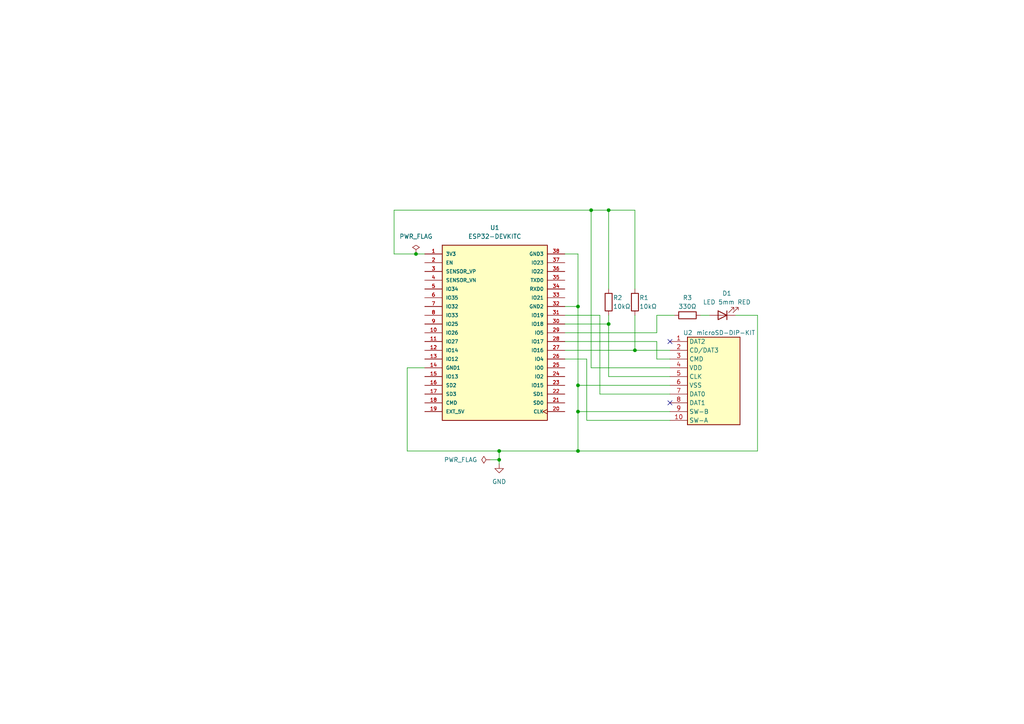
<source format=kicad_sch>
(kicad_sch (version 20230121) (generator eeschema)
  (paper "A4")
  (lib_symbols
    (symbol "Akizuki_Library:microSD_DIP_KIT"
      (property "Reference" "U" (at 0 3.81 0))
      (property "Value" "microSD-DIP-KIT" (at 0 1.27 0))
      (symbol "microSD_DIP_KIT_1_1"
        (rectangle (start -6.35 0) (end 8.89 -25.4) (stroke (width 0.254)) (fill (type background)))
        (pin bidirectional line (at -11.43 -1.27 0) (length 5.08) (name "DAT2") (number "1"))
        (pin passive line (at -11.43 -24.13 0) (length 5.08) (name "SW-A") (number "10"))
        (pin bidirectional line (at -11.43 -3.81 0) (length 5.08) (name "CD/DAT3") (number "2"))
        (pin bidirectional line (at -11.43 -6.35 0) (length 5.08) (name "CMD") (number "3"))
        (pin power_in line (at -11.43 -8.89 0) (length 5.08) (name "VDD") (number "4"))
        (pin bidirectional line (at -11.43 -11.43 0) (length 5.08) (name "CLK") (number "5"))
        (pin power_in line (at -11.43 -13.97 0) (length 5.08) (name "VSS") (number "6"))
        (pin bidirectional line (at -11.43 -16.51 0) (length 5.08) (name "DAT0") (number "7"))
        (pin bidirectional line (at -11.43 -19.05 0) (length 5.08) (name "DAT1") (number "8"))
        (pin passive line (at -11.43 -21.59 0) (length 5.08) (name "SW-B") (number "9"))
      )
    )
    (symbol "Device:LED" (pin_numbers hide) (pin_names (offset 1.016) hide)
      (property "Reference" "D" (at 0 2.54 0))
      (property "Value" "LED" (at 0 -2.54 0))
      (symbol "LED_0_1"
        (polyline (pts (xy -1.27 -1.27) (xy -1.27 1.27)) (stroke (width 0.254)))
        (polyline (pts (xy -1.27 0) (xy 1.27 0)))
        (polyline (pts (xy 1.27 -1.27) (xy 1.27 1.27) (xy -1.27 0) (xy 1.27 -1.27)) (stroke (width 0.254)))
        (polyline (pts (xy -3.048 -0.762) (xy -4.572 -2.286) (xy -3.81 -2.286) (xy -4.572 -2.286) (xy -4.572 -1.524)))
        (polyline (pts (xy -1.778 -0.762) (xy -3.302 -2.286) (xy -2.54 -2.286) (xy -3.302 -2.286) (xy -3.302 -1.524)))
      )
      (symbol "LED_1_1"
        (pin passive line (at -3.81 0 0) (length 2.54) (name "K") (number "1"))
        (pin passive line (at 3.81 0 180) (length 2.54) (name "A") (number "2"))
      )
    )
    (symbol "Device:R" (pin_numbers hide) (pin_names (offset 0))
      (property "Reference" "R" (at 2.032 0 90))
      (property "Value" "R" (at 0 0 90))
      (symbol "R_0_1"
        (rectangle (start -1.016 -2.54) (end 1.016 2.54) (stroke (width 0.254)))
      )
      (symbol "R_1_1"
        (pin passive line (at 0 3.81 270) (length 1.27) (name "~") (number "1"))
        (pin passive line (at 0 -3.81 90) (length 1.27) (name "~") (number "2"))
      )
    )
    (symbol "ESP32-DEVKITC:ESP32-DEVKITC" (pin_names (offset 1.016))
      (property "Reference" "U" (at -15.2572 26.0643 0))
      (property "Value" "ESP32-DEVKITC" (at -15.2563 -27.9698 0))
      (symbol "ESP32-DEVKITC_0_0"
        (rectangle (start -15.24 -25.4) (end 15.24 25.4) (stroke (width 0.254)) (fill (type background)))
        (pin power_in line (at -20.32 22.86 0) (length 5.08) (name "3V3") (number "1"))
        (pin bidirectional line (at -20.32 0 0) (length 5.08) (name "IO26") (number "10"))
        (pin bidirectional line (at -20.32 -2.54 0) (length 5.08) (name "IO27") (number "11"))
        (pin bidirectional line (at -20.32 -5.08 0) (length 5.08) (name "IO14") (number "12"))
        (pin bidirectional line (at -20.32 -7.62 0) (length 5.08) (name "IO12") (number "13"))
        (pin power_in line (at -20.32 -10.16 0) (length 5.08) (name "GND1") (number "14"))
        (pin bidirectional line (at -20.32 -12.7 0) (length 5.08) (name "IO13") (number "15"))
        (pin bidirectional line (at -20.32 -15.24 0) (length 5.08) (name "SD2") (number "16"))
        (pin bidirectional line (at -20.32 -17.78 0) (length 5.08) (name "SD3") (number "17"))
        (pin bidirectional line (at -20.32 -20.32 0) (length 5.08) (name "CMD") (number "18"))
        (pin power_in line (at -20.32 -22.86 0) (length 5.08) (name "EXT_5V") (number "19"))
        (pin input line (at -20.32 20.32 0) (length 5.08) (name "EN") (number "2"))
        (pin input clock (at 20.32 -22.86 180) (length 5.08) (name "CLK") (number "20"))
        (pin bidirectional line (at 20.32 -20.32 180) (length 5.08) (name "SD0") (number "21"))
        (pin bidirectional line (at 20.32 -17.78 180) (length 5.08) (name "SD1") (number "22"))
        (pin bidirectional line (at 20.32 -15.24 180) (length 5.08) (name "IO15") (number "23"))
        (pin bidirectional line (at 20.32 -12.7 180) (length 5.08) (name "IO2") (number "24"))
        (pin bidirectional line (at 20.32 -10.16 180) (length 5.08) (name "IO0") (number "25"))
        (pin bidirectional line (at 20.32 -7.62 180) (length 5.08) (name "IO4") (number "26"))
        (pin bidirectional line (at 20.32 -5.08 180) (length 5.08) (name "IO16") (number "27"))
        (pin bidirectional line (at 20.32 -2.54 180) (length 5.08) (name "IO17") (number "28"))
        (pin bidirectional line (at 20.32 0 180) (length 5.08) (name "IO5") (number "29"))
        (pin input line (at -20.32 17.78 0) (length 5.08) (name "SENSOR_VP") (number "3"))
        (pin bidirectional line (at 20.32 2.54 180) (length 5.08) (name "IO18") (number "30"))
        (pin bidirectional line (at 20.32 5.08 180) (length 5.08) (name "IO19") (number "31"))
        (pin power_in line (at 20.32 7.62 180) (length 5.08) (name "GND2") (number "32"))
        (pin bidirectional line (at 20.32 10.16 180) (length 5.08) (name "IO21") (number "33"))
        (pin input line (at 20.32 12.7 180) (length 5.08) (name "RXD0") (number "34"))
        (pin output line (at 20.32 15.24 180) (length 5.08) (name "TXD0") (number "35"))
        (pin bidirectional line (at 20.32 17.78 180) (length 5.08) (name "IO22") (number "36"))
        (pin bidirectional line (at 20.32 20.32 180) (length 5.08) (name "IO23") (number "37"))
        (pin power_in line (at 20.32 22.86 180) (length 5.08) (name "GND3") (number "38"))
        (pin input line (at -20.32 15.24 0) (length 5.08) (name "SENSOR_VN") (number "4"))
        (pin bidirectional line (at -20.32 12.7 0) (length 5.08) (name "IO34") (number "5"))
        (pin bidirectional line (at -20.32 10.16 0) (length 5.08) (name "IO35") (number "6"))
        (pin bidirectional line (at -20.32 7.62 0) (length 5.08) (name "IO32") (number "7"))
        (pin bidirectional line (at -20.32 5.08 0) (length 5.08) (name "IO33") (number "8"))
        (pin bidirectional line (at -20.32 2.54 0) (length 5.08) (name "IO25") (number "9"))
      )
    )
    (symbol "power:GND" (power) (pin_names (offset 0))
      (property "Value" "GND" (at 0 -3.81 0))
      (symbol "GND_0_1"
        (polyline (pts (xy 0 0) (xy 0 -1.27) (xy 1.27 -1.27) (xy 0 -2.54) (xy -1.27 -1.27) (xy 0 -1.27)))
      )
      (symbol "GND_1_1"
        (pin power_in line (at 0 0 270) (length 0) hide (name "GND") (number "1"))
      )
    )
    (symbol "power:PWR_FLAG" (power) (pin_numbers hide) (pin_names (offset 0) hide)
      (property "Value" "PWR_FLAG" (at 0 3.81 0))
      (symbol "PWR_FLAG_0_0"
        (pin power_out line (at 0 0 90) (length 0) (name "pwr") (number "1"))
      )
      (symbol "PWR_FLAG_0_1"
        (polyline (pts (xy 0 0) (xy 0 1.27) (xy -1.016 1.905) (xy 0 2.54) (xy 1.016 1.905) (xy 0 1.27)))
      )
    )
  )
  (junction (at 171.45 60.96))
  (junction (at 176.53 93.98))
  (junction (at 167.64 119.38))
  (junction (at 120.65 73.66))
  (junction (at 167.64 111.76))
  (junction (at 144.78 133.35))
  (junction (at 176.53 60.96))
  (junction (at 167.64 130.81))
  (junction (at 184.15 101.6))
  (junction (at 167.64 88.9))
  (junction (at 144.78 130.81))
  (no_connect (at 194.31 99.06))
  (no_connect (at 194.31 116.84))
  (wire (pts (xy 190.5 99.06) (xy 190.5 104.14)))
  (wire (pts (xy 163.83 104.14) (xy 170.18 104.14)))
  (wire (pts (xy 170.18 121.92) (xy 194.31 121.92)))
  (wire (pts (xy 194.31 101.6) (xy 184.15 101.6)))
  (wire (pts (xy 163.83 91.44) (xy 173.99 91.44)))
  (wire (pts (xy 194.31 106.68) (xy 171.45 106.68)))
  (wire (pts (xy 190.5 91.44) (xy 195.58 91.44)))
  (wire (pts (xy 173.99 91.44) (xy 173.99 114.3)))
  (wire (pts (xy 170.18 104.14) (xy 170.18 121.92)))
  (wire (pts (xy 219.71 91.44) (xy 219.71 130.81)))
  (wire (pts (xy 167.64 119.38) (xy 194.31 119.38)))
  (wire (pts (xy 167.64 111.76) (xy 194.31 111.76)))
  (wire (pts (xy 144.78 133.35) (xy 144.78 134.62)))
  (wire (pts (xy 171.45 106.68) (xy 171.45 60.96)))
  (wire (pts (xy 142.24 133.35) (xy 144.78 133.35)))
  (wire (pts (xy 118.11 130.81) (xy 144.78 130.81)))
  (wire (pts (xy 163.83 93.98) (xy 176.53 93.98)))
  (wire (pts (xy 171.45 60.96) (xy 176.53 60.96)))
  (wire (pts (xy 123.19 73.66) (xy 120.65 73.66)))
  (wire (pts (xy 118.11 106.68) (xy 118.11 130.81)))
  (wire (pts (xy 167.64 119.38) (xy 167.64 130.81)))
  (wire (pts (xy 144.78 130.81) (xy 144.78 133.35)))
  (wire (pts (xy 184.15 60.96) (xy 184.15 83.82)))
  (wire (pts (xy 167.64 73.66) (xy 167.64 88.9)))
  (wire (pts (xy 203.2 91.44) (xy 205.74 91.44)))
  (wire (pts (xy 176.53 109.22) (xy 176.53 93.98)))
  (wire (pts (xy 176.53 93.98) (xy 176.53 91.44)))
  (wire (pts (xy 213.36 91.44) (xy 219.71 91.44)))
  (wire (pts (xy 190.5 96.52) (xy 190.5 91.44)))
  (wire (pts (xy 123.19 106.68) (xy 118.11 106.68)))
  (wire (pts (xy 163.83 73.66) (xy 167.64 73.66)))
  (wire (pts (xy 184.15 91.44) (xy 184.15 101.6)))
  (wire (pts (xy 163.83 99.06) (xy 190.5 99.06)))
  (wire (pts (xy 167.64 111.76) (xy 167.64 119.38)))
  (wire (pts (xy 167.64 88.9) (xy 167.64 111.76)))
  (wire (pts (xy 144.78 130.81) (xy 167.64 130.81)))
  (wire (pts (xy 173.99 114.3) (xy 194.31 114.3)))
  (wire (pts (xy 190.5 104.14) (xy 194.31 104.14)))
  (wire (pts (xy 120.65 73.66) (xy 114.3 73.66)))
  (wire (pts (xy 114.3 73.66) (xy 114.3 60.96)))
  (wire (pts (xy 163.83 88.9) (xy 167.64 88.9)))
  (wire (pts (xy 176.53 60.96) (xy 176.53 83.82)))
  (wire (pts (xy 114.3 60.96) (xy 171.45 60.96)))
  (wire (pts (xy 194.31 109.22) (xy 176.53 109.22)))
  (wire (pts (xy 163.83 101.6) (xy 184.15 101.6)))
  (wire (pts (xy 176.53 60.96) (xy 184.15 60.96)))
  (wire (pts (xy 219.71 130.81) (xy 167.64 130.81)))
  (wire (pts (xy 163.83 96.52) (xy 190.5 96.52)))
  (symbol (lib_id "Akizuki_Library:microSD_DIP_KIT") (at 205.74 97.79 0) (unit 1)
    (property "Reference" "U2" (at 198.12 96.52 0) (effects (justify left)))
    (property "Value" "microSD-DIP-KIT" (at 201.93 96.52 0) (effects (justify left)))
    (property "Footprint" "Akizuki_Library:microSD-DIP-Kit" (effects hide))
    (property "Datasheet" "https://akizukidenshi.com/catalog/g/gK-05488/" (effects hide))
  )
  (symbol (lib_id "power:PWR_FLAG") (at 120.65 73.66 0) (unit 1)
    (property "Reference" "#FLG01" (effects hide))
    (property "Value" "PWR_FLAG" (at 120.65 68.58 0))
  )
  (symbol (lib_id "Device:R") (at 176.53 87.63 0) (unit 1)
    (property "Reference" "R2" (at 177.8 86.36 0) (effects (justify left)))
    (property "Value" "10kΩ" (at 177.8 88.9 0) (effects (justify left)))
  )
  (symbol (lib_id "Device:LED") (at 209.55 91.44 180) (unit 1)
    (property "Reference" "D1" (at 210.82 85.09 0))
    (property "Value" "LED 5mm RED" (at 210.82 87.63 0))
    (property "Footprint" "LED_THT:LED_D5.0mm" (effects hide))
  )
  (symbol (lib_id "ESP32-DEVKITC:ESP32-DEVKITC") (at 143.51 96.52 0) (unit 1)
    (property "Reference" "U1" (at 143.51 66.04 0))
    (property "Value" "ESP32-DEVKITC" (at 143.51 68.58 0))
    (property "Footprint" "ESP32-DEVKITC:MODULE_ESP32-DEVKITC" (effects hide))
    (property "MF" "Espressif Systems" (effects hide))
    (property "Description" "\nESP32-WROOM-32UE シリーズ トランシーバー; 802.11 b/g/n (Wi-Fi、WiFi、WLAN)、Bluetooth ® Smart Ready 4.x デュアルモード評価ボード\n" (effects hide))
    (property "Package" "None" (effects hide))
    (property "Price" "None" (effects hide))
    (property "Check_prices" "https://www.snapeda.com/parts/ESP32-DEVKITC/Espressif+Systems/view-part/?ref=eda" (effects hide))
    (property "STANDARD" "Manufacturer Recommendations" (effects hide))
    (property "PARTREV" "N/A" (effects hide))
    (property "SnapEDA_Link" "https://www.snapeda.com/parts/ESP32-DEVKITC/Espressif+Systems/view-part/?ref=snap" (effects hide))
    (property "MP" "ESP32-DEVKITC" (effects hide))
    (property "Availability" "In Stock" (effects hide))
    (property "MANUFACTURER" "ESPRESSIF" (effects hide))
  )
  (symbol (lib_id "Device:R") (at 184.15 87.63 0) (unit 1)
    (property "Reference" "R1" (at 185.42 86.36 0) (effects (justify left)))
    (property "Value" "10kΩ" (at 185.42 88.9 0) (effects (justify left)))
  )
  (symbol (lib_id "power:PWR_FLAG") (at 142.24 133.35 90) (unit 1)
    (property "Reference" "#FLG02" (effects hide))
    (property "Value" "PWR_FLAG" (at 138.43 133.35 90) (effects (justify left)))
  )
  (symbol (lib_id "Device:R") (at 199.39 91.44 90) (unit 1)
    (property "Reference" "R3" (at 199.39 86.36 90))
    (property "Value" "330Ω" (at 199.39 88.9 90))
  )
  (symbol (lib_id "power:GND") (at 144.78 134.62 0) (unit 1)
    (property "Reference" "#PWR01" (effects hide))
    (property "Value" "GND" (at 144.78 139.7 0))
  )
)
</source>
